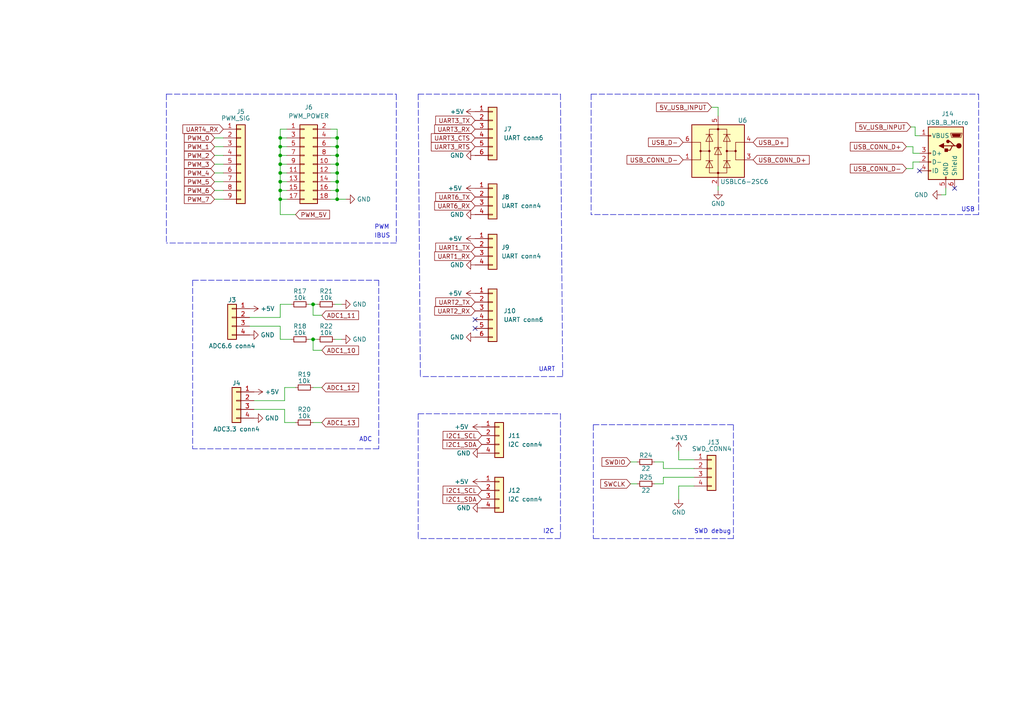
<source format=kicad_sch>
(kicad_sch (version 20211123) (generator eeschema)
  (paper "A4")
  (lib_symbols
    (symbol "Connector:USB_B_Micro" (pin_names (offset 1.016))
      (property "Reference" "J" (at -5.08 11.43 0))
      (property "Value" "USB_B_Micro" (at -5.08 8.89 0))
      (symbol "USB_B_Micro_0_1"
        (rectangle (start -5.08 -7.62) (end 5.08 7.62) (stroke (width 0.254)) (fill (type background)))
        (circle (center -3.81 2.159) (radius 0.635) (stroke (width 0.254)) (fill (type outline)))
        (circle (center -0.635 3.429) (radius 0.381) (stroke (width 0.254)) (fill (type outline)))
        (rectangle (start -0.127 -7.62) (end 0.127 -6.858))
        (polyline (pts (xy -1.905 2.159) (xy 0.635 2.159)) (stroke (width 0.254)))
        (polyline (pts (xy -3.175 2.159) (xy -2.54 2.159) (xy -1.27 3.429) (xy -0.635 3.429)) (stroke (width 0.254)))
        (polyline (pts (xy -2.54 2.159) (xy -1.905 2.159) (xy -1.27 0.889) (xy 0 0.889)) (stroke (width 0.254)))
        (polyline (pts (xy 0.635 2.794) (xy 0.635 1.524) (xy 1.905 2.159) (xy 0.635 2.794)) (stroke (width 0.254)) (fill (type outline)))
        (polyline (pts (xy -4.318 5.588) (xy -1.778 5.588) (xy -2.032 4.826) (xy -4.064 4.826) (xy -4.318 5.588)) (fill (type outline)))
        (polyline (pts (xy -4.699 5.842) (xy -4.699 5.588) (xy -4.445 4.826) (xy -4.445 4.572) (xy -1.651 4.572) (xy -1.651 4.826) (xy -1.397 5.588) (xy -1.397 5.842) (xy -4.699 5.842)))
        (rectangle (start 0.254 1.27) (end -0.508 0.508) (stroke (width 0.254)) (fill (type outline)))
        (rectangle (start 5.08 -5.207) (end 4.318 -4.953))
        (rectangle (start 5.08 -2.667) (end 4.318 -2.413))
        (rectangle (start 5.08 -0.127) (end 4.318 0.127))
        (rectangle (start 5.08 4.953) (end 4.318 5.207))
      )
      (symbol "USB_B_Micro_1_1"
        (pin power_out line (at 7.62 5.08 180) (length 2.54) (name "VBUS") (number "1"))
        (pin bidirectional line (at 7.62 -2.54 180) (length 2.54) (name "D-") (number "2"))
        (pin bidirectional line (at 7.62 0 180) (length 2.54) (name "D+") (number "3"))
        (pin passive line (at 7.62 -5.08 180) (length 2.54) (name "ID") (number "4"))
        (pin power_out line (at 0 -10.16 90) (length 2.54) (name "GND") (number "5"))
        (pin passive line (at -2.54 -10.16 90) (length 2.54) (name "Shield") (number "6"))
      )
    )
    (symbol "Connector_Generic:Conn_01x04" (pin_names (offset 1.016) hide)
      (property "Reference" "J" (at 0 5.08 0))
      (property "Value" "Conn_01x04" (at 0 -7.62 0))
      (symbol "Conn_01x04_1_1"
        (rectangle (start -1.27 -4.953) (end 0 -5.207) (stroke (width 0.1524)))
        (rectangle (start -1.27 -2.413) (end 0 -2.667) (stroke (width 0.1524)))
        (rectangle (start -1.27 0.127) (end 0 -0.127) (stroke (width 0.1524)))
        (rectangle (start -1.27 2.667) (end 0 2.413) (stroke (width 0.1524)))
        (rectangle (start -1.27 3.81) (end 1.27 -6.35) (stroke (width 0.254)) (fill (type background)))
        (pin passive line (at -5.08 2.54 0) (length 3.81) (name "Pin_1") (number "1"))
        (pin passive line (at -5.08 0 0) (length 3.81) (name "Pin_2") (number "2"))
        (pin passive line (at -5.08 -2.54 0) (length 3.81) (name "Pin_3") (number "3"))
        (pin passive line (at -5.08 -5.08 0) (length 3.81) (name "Pin_4") (number "4"))
      )
    )
    (symbol "Connector_Generic:Conn_01x06" (pin_names (offset 1.016) hide)
      (property "Reference" "J" (at 0 7.62 0))
      (property "Value" "Conn_01x06" (at 0 -10.16 0))
      (symbol "Conn_01x06_1_1"
        (rectangle (start -1.27 -7.493) (end 0 -7.747) (stroke (width 0.1524)))
        (rectangle (start -1.27 -4.953) (end 0 -5.207) (stroke (width 0.1524)))
        (rectangle (start -1.27 -2.413) (end 0 -2.667) (stroke (width 0.1524)))
        (rectangle (start -1.27 0.127) (end 0 -0.127) (stroke (width 0.1524)))
        (rectangle (start -1.27 2.667) (end 0 2.413) (stroke (width 0.1524)))
        (rectangle (start -1.27 5.207) (end 0 4.953) (stroke (width 0.1524)))
        (rectangle (start -1.27 6.35) (end 1.27 -8.89) (stroke (width 0.254)) (fill (type background)))
        (pin passive line (at -5.08 5.08 0) (length 3.81) (name "Pin_1") (number "1"))
        (pin passive line (at -5.08 2.54 0) (length 3.81) (name "Pin_2") (number "2"))
        (pin passive line (at -5.08 0 0) (length 3.81) (name "Pin_3") (number "3"))
        (pin passive line (at -5.08 -2.54 0) (length 3.81) (name "Pin_4") (number "4"))
        (pin passive line (at -5.08 -5.08 0) (length 3.81) (name "Pin_5") (number "5"))
        (pin passive line (at -5.08 -7.62 0) (length 3.81) (name "Pin_6") (number "6"))
      )
    )
    (symbol "Connector_Generic:Conn_01x09" (pin_names (offset 1.016) hide)
      (property "Reference" "J" (at 0 12.7 0))
      (property "Value" "Conn_01x09" (at 0 -12.7 0))
      (symbol "Conn_01x09_1_1"
        (rectangle (start -1.27 -10.033) (end 0 -10.287) (stroke (width 0.1524)))
        (rectangle (start -1.27 -7.493) (end 0 -7.747) (stroke (width 0.1524)))
        (rectangle (start -1.27 -4.953) (end 0 -5.207) (stroke (width 0.1524)))
        (rectangle (start -1.27 -2.413) (end 0 -2.667) (stroke (width 0.1524)))
        (rectangle (start -1.27 0.127) (end 0 -0.127) (stroke (width 0.1524)))
        (rectangle (start -1.27 2.667) (end 0 2.413) (stroke (width 0.1524)))
        (rectangle (start -1.27 5.207) (end 0 4.953) (stroke (width 0.1524)))
        (rectangle (start -1.27 7.747) (end 0 7.493) (stroke (width 0.1524)))
        (rectangle (start -1.27 10.287) (end 0 10.033) (stroke (width 0.1524)))
        (rectangle (start -1.27 11.43) (end 1.27 -11.43) (stroke (width 0.254)) (fill (type background)))
        (pin passive line (at -5.08 10.16 0) (length 3.81) (name "Pin_1") (number "1"))
        (pin passive line (at -5.08 7.62 0) (length 3.81) (name "Pin_2") (number "2"))
        (pin passive line (at -5.08 5.08 0) (length 3.81) (name "Pin_3") (number "3"))
        (pin passive line (at -5.08 2.54 0) (length 3.81) (name "Pin_4") (number "4"))
        (pin passive line (at -5.08 0 0) (length 3.81) (name "Pin_5") (number "5"))
        (pin passive line (at -5.08 -2.54 0) (length 3.81) (name "Pin_6") (number "6"))
        (pin passive line (at -5.08 -5.08 0) (length 3.81) (name "Pin_7") (number "7"))
        (pin passive line (at -5.08 -7.62 0) (length 3.81) (name "Pin_8") (number "8"))
        (pin passive line (at -5.08 -10.16 0) (length 3.81) (name "Pin_9") (number "9"))
      )
    )
    (symbol "Connector_Generic:Conn_02x09_Odd_Even" (pin_names (offset 1.016) hide)
      (property "Reference" "J" (at 1.27 12.7 0))
      (property "Value" "Conn_02x09_Odd_Even" (at 1.27 -12.7 0))
      (symbol "Conn_02x09_Odd_Even_1_1"
        (rectangle (start -1.27 -10.033) (end 0 -10.287) (stroke (width 0.1524)))
        (rectangle (start -1.27 -7.493) (end 0 -7.747) (stroke (width 0.1524)))
        (rectangle (start -1.27 -4.953) (end 0 -5.207) (stroke (width 0.1524)))
        (rectangle (start -1.27 -2.413) (end 0 -2.667) (stroke (width 0.1524)))
        (rectangle (start -1.27 0.127) (end 0 -0.127) (stroke (width 0.1524)))
        (rectangle (start -1.27 2.667) (end 0 2.413) (stroke (width 0.1524)))
        (rectangle (start -1.27 5.207) (end 0 4.953) (stroke (width 0.1524)))
        (rectangle (start -1.27 7.747) (end 0 7.493) (stroke (width 0.1524)))
        (rectangle (start -1.27 10.287) (end 0 10.033) (stroke (width 0.1524)))
        (rectangle (start -1.27 11.43) (end 3.81 -11.43) (stroke (width 0.254)) (fill (type background)))
        (rectangle (start 3.81 -10.033) (end 2.54 -10.287) (stroke (width 0.1524)))
        (rectangle (start 3.81 -7.493) (end 2.54 -7.747) (stroke (width 0.1524)))
        (rectangle (start 3.81 -4.953) (end 2.54 -5.207) (stroke (width 0.1524)))
        (rectangle (start 3.81 -2.413) (end 2.54 -2.667) (stroke (width 0.1524)))
        (rectangle (start 3.81 0.127) (end 2.54 -0.127) (stroke (width 0.1524)))
        (rectangle (start 3.81 2.667) (end 2.54 2.413) (stroke (width 0.1524)))
        (rectangle (start 3.81 5.207) (end 2.54 4.953) (stroke (width 0.1524)))
        (rectangle (start 3.81 7.747) (end 2.54 7.493) (stroke (width 0.1524)))
        (rectangle (start 3.81 10.287) (end 2.54 10.033) (stroke (width 0.1524)))
        (pin passive line (at -5.08 10.16 0) (length 3.81) (name "Pin_1") (number "1"))
        (pin passive line (at 7.62 0 180) (length 3.81) (name "Pin_10") (number "10"))
        (pin passive line (at -5.08 -2.54 0) (length 3.81) (name "Pin_11") (number "11"))
        (pin passive line (at 7.62 -2.54 180) (length 3.81) (name "Pin_12") (number "12"))
        (pin passive line (at -5.08 -5.08 0) (length 3.81) (name "Pin_13") (number "13"))
        (pin passive line (at 7.62 -5.08 180) (length 3.81) (name "Pin_14") (number "14"))
        (pin passive line (at -5.08 -7.62 0) (length 3.81) (name "Pin_15") (number "15"))
        (pin passive line (at 7.62 -7.62 180) (length 3.81) (name "Pin_16") (number "16"))
        (pin passive line (at -5.08 -10.16 0) (length 3.81) (name "Pin_17") (number "17"))
        (pin passive line (at 7.62 -10.16 180) (length 3.81) (name "Pin_18") (number "18"))
        (pin passive line (at 7.62 10.16 180) (length 3.81) (name "Pin_2") (number "2"))
        (pin passive line (at -5.08 7.62 0) (length 3.81) (name "Pin_3") (number "3"))
        (pin passive line (at 7.62 7.62 180) (length 3.81) (name "Pin_4") (number "4"))
        (pin passive line (at -5.08 5.08 0) (length 3.81) (name "Pin_5") (number "5"))
        (pin passive line (at 7.62 5.08 180) (length 3.81) (name "Pin_6") (number "6"))
        (pin passive line (at -5.08 2.54 0) (length 3.81) (name "Pin_7") (number "7"))
        (pin passive line (at 7.62 2.54 180) (length 3.81) (name "Pin_8") (number "8"))
        (pin passive line (at -5.08 0 0) (length 3.81) (name "Pin_9") (number "9"))
      )
    )
    (symbol "Device:R_Small" (pin_numbers hide) (pin_names (offset 0.254) hide)
      (property "Reference" "R" (at 0.762 0.508 0))
      (property "Value" "R_Small" (at 0.762 -1.016 0))
      (symbol "R_Small_0_1"
        (rectangle (start -0.762 1.778) (end 0.762 -1.778) (stroke (width 0.2032)))
      )
      (symbol "R_Small_1_1"
        (pin passive line (at 0 2.54 270) (length 0.762) (name "~") (number "1"))
        (pin passive line (at 0 -2.54 90) (length 0.762) (name "~") (number "2"))
      )
    )
    (symbol "Power_Protection:USBLC6-2SC6" (pin_names hide)
      (property "Reference" "U" (at 2.54 8.89 0))
      (property "Value" "USBLC6-2SC6" (at 2.54 -8.89 0))
      (symbol "USBLC6-2SC6_0_1"
        (rectangle (start -7.62 -7.62) (end 7.62 7.62) (stroke (width 0.254)) (fill (type background)))
        (circle (center -5.08 0) (radius 0.254) (fill (type outline)))
        (circle (center -2.54 0) (radius 0.254) (fill (type outline)))
        (rectangle (start -2.54 6.35) (end 2.54 -6.35))
        (circle (center 0 -6.35) (radius 0.254) (fill (type outline)))
        (polyline (pts (xy -5.08 -2.54) (xy -7.62 -2.54)))
        (polyline (pts (xy -5.08 0) (xy -5.08 -2.54)))
        (polyline (pts (xy -5.08 2.54) (xy -7.62 2.54)))
        (polyline (pts (xy -1.524 -2.794) (xy -3.556 -2.794)))
        (polyline (pts (xy -1.524 4.826) (xy -3.556 4.826)))
        (polyline (pts (xy 0 -7.62) (xy 0 -6.35)))
        (polyline (pts (xy 0 -6.35) (xy 0 1.27)))
        (polyline (pts (xy 0 1.27) (xy 0 6.35)))
        (polyline (pts (xy 0 6.35) (xy 0 7.62)))
        (polyline (pts (xy 1.524 -2.794) (xy 3.556 -2.794)))
        (polyline (pts (xy 1.524 4.826) (xy 3.556 4.826)))
        (polyline (pts (xy 5.08 -2.54) (xy 7.62 -2.54)))
        (polyline (pts (xy 5.08 0) (xy 5.08 -2.54)))
        (polyline (pts (xy 5.08 2.54) (xy 7.62 2.54)))
        (polyline (pts (xy -2.54 0) (xy -5.08 0) (xy -5.08 2.54)))
        (polyline (pts (xy 2.54 0) (xy 5.08 0) (xy 5.08 2.54)))
        (polyline (pts (xy -3.556 -4.826) (xy -1.524 -4.826) (xy -2.54 -2.794) (xy -3.556 -4.826)))
        (polyline (pts (xy -3.556 2.794) (xy -1.524 2.794) (xy -2.54 4.826) (xy -3.556 2.794)))
        (polyline (pts (xy -1.016 -1.016) (xy 1.016 -1.016) (xy 0 1.016) (xy -1.016 -1.016)))
        (polyline (pts (xy 1.016 1.016) (xy 0.762 1.016) (xy -1.016 1.016) (xy -1.016 0.508)))
        (polyline (pts (xy 3.556 -4.826) (xy 1.524 -4.826) (xy 2.54 -2.794) (xy 3.556 -4.826)))
        (polyline (pts (xy 3.556 2.794) (xy 1.524 2.794) (xy 2.54 4.826) (xy 3.556 2.794)))
        (circle (center 0 6.35) (radius 0.254) (fill (type outline)))
        (circle (center 2.54 0) (radius 0.254) (fill (type outline)))
        (circle (center 5.08 0) (radius 0.254) (fill (type outline)))
      )
      (symbol "USBLC6-2SC6_1_1"
        (pin passive line (at -10.16 -2.54 0) (length 2.54) (name "I/O1") (number "1"))
        (pin passive line (at 0 -10.16 90) (length 2.54) (name "GND") (number "2"))
        (pin passive line (at 10.16 -2.54 180) (length 2.54) (name "I/O2") (number "3"))
        (pin passive line (at 10.16 2.54 180) (length 2.54) (name "I/O2") (number "4"))
        (pin passive line (at 0 10.16 270) (length 2.54) (name "VBUS") (number "5"))
        (pin passive line (at -10.16 2.54 0) (length 2.54) (name "I/O1") (number "6"))
      )
    )
    (symbol "power:+3V3" (power) (pin_names (offset 0))
      (property "Value" "+3V3" (at 0 3.556 0))
      (symbol "+3V3_0_1"
        (polyline (pts (xy -0.762 1.27) (xy 0 2.54)))
        (polyline (pts (xy 0 0) (xy 0 2.54)))
        (polyline (pts (xy 0 2.54) (xy 0.762 1.27)))
      )
      (symbol "+3V3_1_1"
        (pin power_in line (at 0 0 90) (length 0) hide (name "+3V3") (number "1"))
      )
    )
    (symbol "power:+5V" (power) (pin_names (offset 0))
      (property "Value" "+5V" (at 0 3.556 0))
      (symbol "+5V_0_1"
        (polyline (pts (xy -0.762 1.27) (xy 0 2.54)))
        (polyline (pts (xy 0 0) (xy 0 2.54)))
        (polyline (pts (xy 0 2.54) (xy 0.762 1.27)))
      )
      (symbol "+5V_1_1"
        (pin power_in line (at 0 0 90) (length 0) hide (name "+5V") (number "1"))
      )
    )
    (symbol "power:GND" (power) (pin_names (offset 0))
      (property "Value" "GND" (at 0 -3.81 0))
      (symbol "GND_0_1"
        (polyline (pts (xy 0 0) (xy 0 -1.27) (xy 1.27 -1.27) (xy 0 -2.54) (xy -1.27 -1.27) (xy 0 -1.27)))
      )
      (symbol "GND_1_1"
        (pin power_in line (at 0 0 270) (length 0) hide (name "GND") (number "1"))
      )
    )
  )
  (junction (at 97.79 50.165))
  (junction (at 97.79 57.785))
  (junction (at 97.79 47.625))
  (junction (at 90.805 98.425))
  (junction (at 97.79 52.705))
  (junction (at 81.28 40.005))
  (junction (at 97.79 45.085))
  (junction (at 81.28 55.245))
  (junction (at 97.79 40.005))
  (junction (at 97.79 42.545))
  (junction (at 81.28 57.785))
  (junction (at 81.28 47.625))
  (junction (at 81.28 52.705))
  (junction (at 81.28 42.545))
  (junction (at 90.805 88.265))
  (junction (at 81.28 50.165))
  (junction (at 97.79 55.245))
  (junction (at 81.28 45.085))
  (no_connect (at 276.86 54.61))
  (no_connect (at 137.795 95.25))
  (no_connect (at 137.795 92.71))
  (no_connect (at 266.7 49.53))
  (wire (pts (xy 81.28 57.785) (xy 81.28 62.23)))
  (wire (pts (xy 97.79 45.085) (xy 97.79 42.545)))
  (wire (pts (xy 262.89 42.545) (xy 264.795 42.545)))
  (wire (pts (xy 201.295 133.35) (xy 196.85 133.35)))
  (polyline (pts (xy 48.26 27.305) (xy 114.935 27.305)))
  (wire (pts (xy 97.79 52.705) (xy 97.79 50.165)))
  (wire (pts (xy 81.28 55.245) (xy 81.28 57.785)))
  (wire (pts (xy 264.795 46.99) (xy 266.7 46.99)))
  (wire (pts (xy 89.535 88.265) (xy 90.805 88.265)))
  (wire (pts (xy 81.28 45.085) (xy 81.28 47.625)))
  (wire (pts (xy 73.66 116.205) (xy 82.55 116.205)))
  (wire (pts (xy 97.79 52.705) (xy 95.885 52.705)))
  (polyline (pts (xy 212.725 156.21) (xy 172.085 156.21)))
  (wire (pts (xy 264.795 42.545) (xy 264.795 44.45)))
  (wire (pts (xy 97.79 40.005) (xy 95.885 40.005)))
  (wire (pts (xy 97.79 47.625) (xy 95.885 47.625)))
  (polyline (pts (xy 171.45 27.305) (xy 283.845 27.305)))
  (wire (pts (xy 81.28 57.785) (xy 83.185 57.785)))
  (wire (pts (xy 265.43 39.37) (xy 266.7 39.37)))
  (wire (pts (xy 192.405 138.43) (xy 201.295 138.43)))
  (wire (pts (xy 62.23 40.005) (xy 64.77 40.005)))
  (wire (pts (xy 82.55 122.555) (xy 85.725 122.555)))
  (wire (pts (xy 81.28 42.545) (xy 83.185 42.545)))
  (wire (pts (xy 192.405 138.43) (xy 192.405 140.335)))
  (wire (pts (xy 90.805 112.395) (xy 93.345 112.395)))
  (wire (pts (xy 81.28 40.005) (xy 81.28 42.545)))
  (wire (pts (xy 81.28 52.705) (xy 81.28 55.245)))
  (wire (pts (xy 264.16 36.83) (xy 265.43 36.83)))
  (wire (pts (xy 97.79 40.005) (xy 97.79 37.465)))
  (wire (pts (xy 83.185 37.465) (xy 81.28 37.465)))
  (wire (pts (xy 196.85 130.81) (xy 196.85 133.35)))
  (polyline (pts (xy 55.88 81.28) (xy 55.88 130.175)))
  (wire (pts (xy 97.79 57.785) (xy 100.33 57.785)))
  (wire (pts (xy 97.79 50.165) (xy 95.885 50.165)))
  (wire (pts (xy 62.23 57.785) (xy 64.77 57.785)))
  (wire (pts (xy 95.885 55.245) (xy 97.79 55.245)))
  (wire (pts (xy 81.28 94.615) (xy 81.28 98.425)))
  (wire (pts (xy 81.28 52.705) (xy 83.185 52.705)))
  (wire (pts (xy 264.795 48.895) (xy 264.795 46.99)))
  (wire (pts (xy 81.28 47.625) (xy 81.28 50.165)))
  (wire (pts (xy 97.155 88.265) (xy 99.06 88.265)))
  (wire (pts (xy 265.43 36.83) (xy 265.43 39.37)))
  (wire (pts (xy 62.23 50.165) (xy 64.77 50.165)))
  (wire (pts (xy 81.28 50.165) (xy 83.185 50.165)))
  (wire (pts (xy 81.28 40.005) (xy 83.185 40.005)))
  (wire (pts (xy 262.89 48.895) (xy 264.795 48.895)))
  (wire (pts (xy 82.55 118.745) (xy 82.55 122.555)))
  (wire (pts (xy 90.805 98.425) (xy 92.075 98.425)))
  (wire (pts (xy 72.39 94.615) (xy 81.28 94.615)))
  (wire (pts (xy 208.28 53.975) (xy 208.28 55.245)))
  (wire (pts (xy 97.79 42.545) (xy 95.885 42.545)))
  (polyline (pts (xy 212.725 123.19) (xy 212.725 156.21)))
  (wire (pts (xy 201.295 140.97) (xy 196.85 140.97)))
  (polyline (pts (xy 163.195 109.22) (xy 121.92 109.22)))
  (polyline (pts (xy 55.88 81.28) (xy 109.855 81.28)))
  (wire (pts (xy 62.23 45.085) (xy 64.77 45.085)))
  (wire (pts (xy 81.28 62.23) (xy 85.725 62.23)))
  (polyline (pts (xy 171.45 27.305) (xy 171.45 62.23)))
  (wire (pts (xy 273.05 56.515) (xy 274.32 56.515)))
  (wire (pts (xy 192.405 135.89) (xy 201.295 135.89)))
  (wire (pts (xy 208.28 31.115) (xy 208.28 33.655)))
  (wire (pts (xy 189.865 140.335) (xy 192.405 140.335)))
  (wire (pts (xy 62.23 52.705) (xy 64.77 52.705)))
  (wire (pts (xy 182.88 133.985) (xy 184.785 133.985)))
  (wire (pts (xy 81.28 42.545) (xy 81.28 45.085)))
  (polyline (pts (xy 109.855 81.28) (xy 109.855 130.175)))
  (wire (pts (xy 82.55 116.205) (xy 82.55 112.395)))
  (polyline (pts (xy 172.085 123.19) (xy 212.725 123.19)))
  (wire (pts (xy 95.885 57.785) (xy 97.79 57.785)))
  (wire (pts (xy 62.23 55.245) (xy 64.77 55.245)))
  (wire (pts (xy 62.23 47.625) (xy 64.77 47.625)))
  (wire (pts (xy 90.805 88.265) (xy 92.075 88.265)))
  (wire (pts (xy 89.535 98.425) (xy 90.805 98.425)))
  (wire (pts (xy 62.23 42.545) (xy 64.77 42.545)))
  (wire (pts (xy 82.55 112.395) (xy 85.725 112.395)))
  (polyline (pts (xy 162.56 120.015) (xy 162.56 156.21)))
  (wire (pts (xy 97.79 45.085) (xy 95.885 45.085)))
  (wire (pts (xy 97.79 42.545) (xy 97.79 40.005)))
  (polyline (pts (xy 121.285 120.015) (xy 162.56 120.015)))
  (polyline (pts (xy 48.26 27.305) (xy 48.26 70.485)))
  (wire (pts (xy 81.28 55.245) (xy 83.185 55.245)))
  (wire (pts (xy 97.155 98.425) (xy 99.06 98.425)))
  (wire (pts (xy 274.32 56.515) (xy 274.32 54.61)))
  (wire (pts (xy 264.795 44.45) (xy 266.7 44.45)))
  (polyline (pts (xy 172.085 123.19) (xy 172.085 156.21)))
  (wire (pts (xy 81.28 92.075) (xy 81.28 88.265)))
  (wire (pts (xy 97.79 47.625) (xy 97.79 45.085)))
  (polyline (pts (xy 283.845 27.305) (xy 283.845 62.23)))
  (wire (pts (xy 90.805 88.265) (xy 90.805 91.44)))
  (wire (pts (xy 81.28 98.425) (xy 84.455 98.425)))
  (wire (pts (xy 97.79 55.245) (xy 97.79 57.785)))
  (wire (pts (xy 192.405 135.89) (xy 192.405 133.985)))
  (wire (pts (xy 90.805 101.6) (xy 93.345 101.6)))
  (wire (pts (xy 206.375 31.115) (xy 208.28 31.115)))
  (polyline (pts (xy 162.56 156.21) (xy 121.285 156.21)))
  (polyline (pts (xy 121.285 120.015) (xy 121.285 156.21)))
  (polyline (pts (xy 121.285 27.305) (xy 162.56 27.305)))
  (wire (pts (xy 81.28 47.625) (xy 83.185 47.625)))
  (wire (pts (xy 81.28 45.085) (xy 83.185 45.085)))
  (wire (pts (xy 73.66 118.745) (xy 82.55 118.745)))
  (polyline (pts (xy 114.935 27.305) (xy 114.935 70.485)))
  (wire (pts (xy 72.39 92.075) (xy 81.28 92.075)))
  (wire (pts (xy 90.805 122.555) (xy 93.345 122.555)))
  (wire (pts (xy 182.88 140.335) (xy 184.785 140.335)))
  (wire (pts (xy 97.79 37.465) (xy 95.885 37.465)))
  (wire (pts (xy 97.79 55.245) (xy 97.79 52.705)))
  (wire (pts (xy 90.805 98.425) (xy 90.805 101.6)))
  (wire (pts (xy 196.85 144.78) (xy 196.85 140.97)))
  (wire (pts (xy 97.79 50.165) (xy 97.79 47.625)))
  (wire (pts (xy 81.28 37.465) (xy 81.28 40.005)))
  (polyline (pts (xy 121.285 27.305) (xy 121.92 109.22)))
  (wire (pts (xy 81.28 88.265) (xy 84.455 88.265)))
  (wire (pts (xy 81.28 50.165) (xy 81.28 52.705)))
  (wire (pts (xy 189.865 133.985) (xy 192.405 133.985)))
  (polyline (pts (xy 109.855 130.175) (xy 55.88 130.175)))
  (wire (pts (xy 90.805 91.44) (xy 93.345 91.44)))
  (polyline (pts (xy 283.845 62.23) (xy 171.45 62.23)))
  (polyline (pts (xy 114.935 70.485) (xy 48.26 70.485)))
  (polyline (pts (xy 162.56 27.305) (xy 163.195 109.22)))
  (text "IBUS" (at 108.585 69.215 0) (effects (font (size 1.27 1.27)) (justify left bottom)))
  (text "UART" (at 156.21 107.95 0) (effects (font (size 1.27 1.27)) (justify left bottom)))
  (text "USB" (at 278.765 61.595 0) (effects (font (size 1.27 1.27)) (justify left bottom)))
  (text "PWM" (at 108.585 66.675 0) (effects (font (size 1.27 1.27)) (justify left bottom)))
  (text "SWD debug" (at 201.295 154.94 0) (effects (font (size 1.27 1.27)) (justify left bottom)))
  (text "I2C" (at 157.48 154.94 0) (effects (font (size 1.27 1.27)) (justify left bottom)))
  (text "ADC\n" (at 104.14 128.27 0) (effects (font (size 1.27 1.27)) (justify left bottom)))
  (global_label "UART1_RX" (shape input) (at 137.795 74.295 180) (property "Intersheet References" "${INTERSHEET_REFS}" (effects hide)))
  (global_label "UART2_RX" (shape input) (at 137.795 90.17 180) (property "Intersheet References" "${INTERSHEET_REFS}" (effects hide)))
  (global_label "5V_USB_INPUT" (shape input) (at 206.375 31.115 180) (property "Intersheet References" "${INTERSHEET_REFS}" (effects hide)))
  (global_label "USB_D-" (shape input) (at 198.12 41.275 180) (property "Intersheet References" "${INTERSHEET_REFS}" (effects hide)))
  (global_label "UART3_RX" (shape input) (at 137.795 37.465 180) (property "Intersheet References" "${INTERSHEET_REFS}" (effects hide)))
  (global_label "UART6_RX" (shape input) (at 137.795 59.69 180) (property "Intersheet References" "${INTERSHEET_REFS}" (effects hide)))
  (global_label "PWM_1" (shape input) (at 62.23 42.545 180) (property "Intersheet References" "${INTERSHEET_REFS}" (effects hide)))
  (global_label "USB_CONN_D-" (shape input) (at 262.89 48.895 180) (property "Intersheet References" "${INTERSHEET_REFS}" (effects hide)))
  (global_label "ADC1_13" (shape input) (at 93.345 122.555 0) (property "Intersheet References" "${INTERSHEET_REFS}" (effects hide)))
  (global_label "PWM_7" (shape input) (at 62.23 57.785 180) (property "Intersheet References" "${INTERSHEET_REFS}" (effects hide)))
  (global_label "SWDIO" (shape input) (at 182.88 133.985 180) (property "Intersheet References" "${INTERSHEET_REFS}" (effects hide)))
  (global_label "I2C1_SDA" (shape input) (at 139.7 128.905 180) (property "Intersheet References" "${INTERSHEET_REFS}" (effects hide)))
  (global_label "I2C1_SCL" (shape input) (at 139.7 126.365 180) (property "Intersheet References" "${INTERSHEET_REFS}" (effects hide)))
  (global_label "ADC1_12" (shape input) (at 93.345 112.395 0) (property "Intersheet References" "${INTERSHEET_REFS}" (effects hide)))
  (global_label "UART1_TX" (shape input) (at 137.795 71.755 180) (property "Intersheet References" "${INTERSHEET_REFS}" (effects hide)))
  (global_label "PWM_5" (shape input) (at 62.23 52.705 180) (property "Intersheet References" "${INTERSHEET_REFS}" (effects hide)))
  (global_label "USB_CONN_D+" (shape input) (at 218.44 46.355 0) (property "Intersheet References" "${INTERSHEET_REFS}" (effects hide)))
  (global_label "USB_CONN_D-" (shape input) (at 198.12 46.355 180) (property "Intersheet References" "${INTERSHEET_REFS}" (effects hide)))
  (global_label "UART6_TX" (shape input) (at 137.795 57.15 180) (property "Intersheet References" "${INTERSHEET_REFS}" (effects hide)))
  (global_label "USB_CONN_D+" (shape input) (at 262.89 42.545 180) (property "Intersheet References" "${INTERSHEET_REFS}" (effects hide)))
  (global_label "I2C1_SCL" (shape input) (at 139.7 142.24 180) (property "Intersheet References" "${INTERSHEET_REFS}" (effects hide)))
  (global_label "UART2_TX" (shape input) (at 137.795 87.63 180) (property "Intersheet References" "${INTERSHEET_REFS}" (effects hide)))
  (global_label "UART3_RTS" (shape input) (at 137.795 42.545 180) (property "Intersheet References" "${INTERSHEET_REFS}" (effects hide)))
  (global_label "PWM_2" (shape input) (at 62.23 45.085 180) (property "Intersheet References" "${INTERSHEET_REFS}" (effects hide)))
  (global_label "5V_USB_INPUT" (shape input) (at 264.16 36.83 180) (property "Intersheet References" "${INTERSHEET_REFS}" (effects hide)))
  (global_label "SWCLK" (shape input) (at 182.88 140.335 180) (property "Intersheet References" "${INTERSHEET_REFS}" (effects hide)))
  (global_label "PWM_3" (shape input) (at 62.23 47.625 180) (property "Intersheet References" "${INTERSHEET_REFS}" (effects hide)))
  (global_label "ADC1_10" (shape input) (at 93.345 101.6 0) (property "Intersheet References" "${INTERSHEET_REFS}" (effects hide)))
  (global_label "PWM_0" (shape input) (at 62.23 40.005 180) (property "Intersheet References" "${INTERSHEET_REFS}" (effects hide)))
  (global_label "PWM_5V" (shape input) (at 85.725 62.23 0) (property "Intersheet References" "${INTERSHEET_REFS}" (effects hide)))
  (global_label "ADC1_11" (shape input) (at 93.345 91.44 0) (property "Intersheet References" "${INTERSHEET_REFS}" (effects hide)))
  (global_label "USB_D+" (shape input) (at 218.44 41.275 0) (property "Intersheet References" "${INTERSHEET_REFS}" (effects hide)))
  (global_label "PWM_6" (shape input) (at 62.23 55.245 180) (property "Intersheet References" "${INTERSHEET_REFS}" (effects hide)))
  (global_label "UART3_CTS" (shape input) (at 137.795 40.005 180) (property "Intersheet References" "${INTERSHEET_REFS}" (effects hide)))
  (global_label "I2C1_SDA" (shape input) (at 139.7 144.78 180) (property "Intersheet References" "${INTERSHEET_REFS}" (effects hide)))
  (global_label "PWM_4" (shape input) (at 62.23 50.165 180) (property "Intersheet References" "${INTERSHEET_REFS}" (effects hide)))
  (global_label "UART3_TX" (shape input) (at 137.795 34.925 180) (property "Intersheet References" "${INTERSHEET_REFS}" (effects hide)))
  (global_label "UART4_RX" (shape input) (at 64.77 37.465 180) (property "Intersheet References" "${INTERSHEET_REFS}" (effects hide)))
  (symbol (lib_id "Device:R_Small") (at 88.265 112.395 90) (unit 1)
    (property "Reference" "R19" (at 88.265 108.585 90))
    (property "Value" "10k" (at 88.265 110.49 90))
    (property "Footprint" "Resistor_SMD:R_0603_1608Metric_Pad0.98x0.95mm_HandSolder" (effects hide))
    (property "JLCPCB Part #" "C25804" (effects hide))
  )
  (symbol (lib_id "power:+5V") (at 72.39 89.535 270) (unit 1)
    (property "Reference" "#PWR047" (effects hide))
    (property "Value" "+5V" (at 75.565 89.535 90) (effects (justify left)))
  )
  (symbol (lib_id "power:+3V3") (at 196.85 130.81 0) (unit 1)
    (property "Reference" "#PWR066" (effects hide))
    (property "Value" "+3V3" (at 196.85 127 0))
  )
  (symbol (lib_id "Connector_Generic:Conn_01x04") (at 144.78 142.24 0) (unit 1)
    (property "Reference" "J12" (at 147.32 142.2399 0) (effects (justify left)))
    (property "Value" "I2C conn4" (at 147.32 144.7799 0) (effects (justify left)))
    (property "Footprint" "Connector_Molex:Molex_PicoBlade_53047-0410_1x04_P1.25mm_Vertical" (effects hide))
  )
  (symbol (lib_id "power:GND") (at 100.33 57.785 90) (unit 1)
    (property "Reference" "#PWR053" (effects hide))
    (property "Value" "GND" (at 103.505 57.7849 90) (effects (justify right)))
  )
  (symbol (lib_id "Connector_Generic:Conn_02x09_Odd_Even") (at 88.265 47.625 0) (unit 1)
    (property "Reference" "J6" (at 89.535 31.115 0))
    (property "Value" "PWM_POWER" (at 89.535 33.655 0))
    (property "Footprint" "Connector_PinHeader_2.54mm:PinHeader_2x09_P2.54mm_Vertical" (effects hide))
  )
  (symbol (lib_id "Connector_Generic:Conn_01x04") (at 142.875 71.755 0) (unit 1)
    (property "Reference" "J9" (at 145.415 71.7549 0) (effects (justify left)))
    (property "Value" "UART conn4" (at 145.415 74.2949 0) (effects (justify left)))
    (property "Footprint" "Connector_Molex:Molex_PicoBlade_53047-0410_1x04_P1.25mm_Vertical" (effects hide))
  )
  (symbol (lib_id "Device:R_Small") (at 88.265 122.555 90) (unit 1)
    (property "Reference" "R20" (at 88.265 118.745 90))
    (property "Value" "10k" (at 88.265 120.65 90))
    (property "Footprint" "Resistor_SMD:R_0603_1608Metric_Pad0.98x0.95mm_HandSolder" (effects hide))
    (property "JLCPCB Part #" "C25804" (effects hide))
  )
  (symbol (lib_id "power:+5V") (at 139.7 139.7 90) (unit 1)
    (property "Reference" "#PWR064" (effects hide))
    (property "Value" "+5V" (at 135.89 139.6999 90) (effects (justify left)))
  )
  (symbol (lib_id "Connector_Generic:Conn_01x04") (at 142.875 57.15 0) (unit 1)
    (property "Reference" "J8" (at 145.415 57.1499 0) (effects (justify left)))
    (property "Value" "UART conn4" (at 145.415 59.6899 0) (effects (justify left)))
    (property "Footprint" "Connector_Molex:Molex_PicoBlade_53047-0410_1x04_P1.25mm_Vertical" (effects hide))
  )
  (symbol (lib_id "power:GND") (at 137.795 97.79 270) (unit 1)
    (property "Reference" "#PWR061" (effects hide))
    (property "Value" "GND" (at 134.62 97.7899 90) (effects (justify right)))
  )
  (symbol (lib_id "power:GND") (at 196.85 144.78 0) (unit 1)
    (property "Reference" "#PWR067" (effects hide))
    (property "Value" "GND" (at 196.85 148.59 0))
  )
  (symbol (lib_id "Connector_Generic:Conn_01x04") (at 144.78 126.365 0) (unit 1)
    (property "Reference" "J11" (at 147.32 126.3649 0) (effects (justify left)))
    (property "Value" "I2C conn4" (at 147.32 128.9049 0) (effects (justify left)))
    (property "Footprint" "Connector_Molex:Molex_PicoBlade_53047-0410_1x04_P1.25mm_Vertical" (effects hide))
  )
  (symbol (lib_id "power:GND") (at 137.795 76.835 270) (unit 1)
    (property "Reference" "#PWR059" (effects hide))
    (property "Value" "GND" (at 134.62 76.8349 90) (effects (justify right)))
  )
  (symbol (lib_id "power:GND") (at 137.795 62.23 270) (unit 1)
    (property "Reference" "#PWR057" (effects hide))
    (property "Value" "GND" (at 134.62 62.2299 90) (effects (justify right)))
  )
  (symbol (lib_id "Device:R_Small") (at 187.325 133.985 90) (unit 1)
    (property "Reference" "R24" (at 187.325 132.08 90))
    (property "Value" "22" (at 187.325 135.89 90))
    (property "Footprint" "Resistor_SMD:R_0603_1608Metric_Pad0.98x0.95mm_HandSolder" (effects hide))
    (property "JLCPCB Part #" "C23345" (effects hide))
  )
  (symbol (lib_id "Power_Protection:USBLC6-2SC6") (at 208.28 43.815 0) (unit 1)
    (property "Reference" "U6" (at 213.995 34.925 0) (effects (justify left)))
    (property "Value" "USBLC6-2SC6" (at 208.915 52.705 0) (effects (justify left)))
    (property "Footprint" "Package_TO_SOT_SMD:SOT-23-6" (effects hide))
    (property "Datasheet" "https://www.st.com/resource/en/datasheet/usblc6-2.pdf" (effects hide))
  )
  (symbol (lib_id "Device:R_Small") (at 187.325 140.335 90) (unit 1)
    (property "Reference" "R25" (at 187.325 138.43 90))
    (property "Value" "22" (at 187.325 142.24 90))
    (property "Footprint" "Resistor_SMD:R_0603_1608Metric_Pad0.98x0.95mm_HandSolder" (effects hide))
    (property "JLCPCB Part #" "C23345" (effects hide))
  )
  (symbol (lib_id "power:+5V") (at 139.7 123.825 90) (unit 1)
    (property "Reference" "#PWR062" (effects hide))
    (property "Value" "+5V" (at 135.89 123.8249 90) (effects (justify left)))
  )
  (symbol (lib_id "power:GND") (at 99.06 88.265 90) (unit 1)
    (property "Reference" "#PWR051" (effects hide))
    (property "Value" "GND" (at 102.235 88.265 90) (effects (justify right)))
  )
  (symbol (lib_id "power:GND") (at 273.05 56.515 270) (unit 1)
    (property "Reference" "#PWR069" (effects hide))
    (property "Value" "GND" (at 269.24 56.5149 90) (effects (justify right)))
  )
  (symbol (lib_id "power:GND") (at 99.06 98.425 90) (unit 1)
    (property "Reference" "#PWR052" (effects hide))
    (property "Value" "GND" (at 102.235 98.425 90) (effects (justify right)))
  )
  (symbol (lib_id "power:+5V") (at 137.795 85.09 90) (unit 1)
    (property "Reference" "#PWR060" (effects hide))
    (property "Value" "+5V" (at 133.985 85.0899 90) (effects (justify left)))
  )
  (symbol (lib_id "Device:R_Small") (at 86.995 98.425 90) (unit 1)
    (property "Reference" "R18" (at 86.995 94.615 90))
    (property "Value" "10k" (at 86.995 96.52 90))
    (property "Footprint" "Resistor_SMD:R_0603_1608Metric_Pad0.98x0.95mm_HandSolder" (effects hide))
    (property "JLCPCB Part #" "C25804" (effects hide))
  )
  (symbol (lib_id "Connector_Generic:Conn_01x04") (at 206.375 135.89 0) (unit 1)
    (property "Reference" "J13" (at 205.105 128.27 0) (effects (justify left)))
    (property "Value" "SWD_CONN4" (at 200.66 130.175 0) (effects (justify left)))
    (property "Footprint" "Connector_PinHeader_2.54mm:PinHeader_1x04_P2.54mm_Vertical" (effects hide))
  )
  (symbol (lib_id "power:GND") (at 208.28 55.245 0) (unit 1)
    (property "Reference" "#PWR068" (effects hide))
    (property "Value" "GND" (at 208.28 59.055 0))
  )
  (symbol (lib_id "power:+5V") (at 137.795 32.385 90) (unit 1)
    (property "Reference" "#PWR054" (effects hide))
    (property "Value" "+5V" (at 134.62 32.3849 90) (effects (justify left)))
  )
  (symbol (lib_id "power:GND") (at 139.7 131.445 270) (unit 1)
    (property "Reference" "#PWR063" (effects hide))
    (property "Value" "GND" (at 136.525 131.4449 90) (effects (justify right)))
  )
  (symbol (lib_id "power:GND") (at 137.795 45.085 270) (unit 1)
    (property "Reference" "#PWR055" (effects hide))
    (property "Value" "GND" (at 134.62 45.0849 90) (effects (justify right)))
  )
  (symbol (lib_id "power:+5V") (at 73.66 113.665 270) (unit 1)
    (property "Reference" "#PWR049" (effects hide))
    (property "Value" "+5V" (at 76.835 113.665 90) (effects (justify left)))
  )
  (symbol (lib_id "Device:R_Small") (at 86.995 88.265 90) (unit 1)
    (property "Reference" "R17" (at 86.995 84.455 90))
    (property "Value" "10k" (at 86.995 86.36 90))
    (property "Footprint" "Resistor_SMD:R_0603_1608Metric_Pad0.98x0.95mm_HandSolder" (effects hide))
    (property "JLCPCB Part #" "C25804" (effects hide))
  )
  (symbol (lib_id "Device:R_Small") (at 94.615 98.425 90) (unit 1)
    (property "Reference" "R22" (at 94.615 94.615 90))
    (property "Value" "10k" (at 94.615 96.52 90))
    (property "Footprint" "Resistor_SMD:R_0603_1608Metric_Pad0.98x0.95mm_HandSolder" (effects hide))
    (property "JLCPCB Part #" "C25804" (effects hide))
  )
  (symbol (lib_id "Connector_Generic:Conn_01x06") (at 142.875 90.17 0) (unit 1)
    (property "Reference" "J10" (at 146.05 90.1699 0) (effects (justify left)))
    (property "Value" "UART conn6" (at 146.05 92.7099 0) (effects (justify left)))
    (property "Footprint" "Connector_Molex:Molex_PicoBlade_53047-0610_1x06_P1.25mm_Vertical" (effects hide))
  )
  (symbol (lib_id "power:GND") (at 139.7 147.32 270) (unit 1)
    (property "Reference" "#PWR065" (effects hide))
    (property "Value" "GND" (at 136.525 147.3199 90) (effects (justify right)))
  )
  (symbol (lib_id "Connector_Generic:Conn_01x04") (at 67.31 92.075 0) (mirror y) (unit 1)
    (property "Reference" "J3" (at 67.31 86.995 0))
    (property "Value" "ADC6.6 conn4" (at 67.31 100.33 0))
    (property "Footprint" "Connector_Molex:Molex_PicoBlade_53047-0410_1x04_P1.25mm_Vertical" (effects hide))
  )
  (symbol (lib_id "Connector_Generic:Conn_01x09") (at 69.85 47.625 0) (unit 1)
    (property "Reference" "J5" (at 68.58 32.385 0) (effects (justify left)))
    (property "Value" "PWM_SIG" (at 64.135 34.29 0) (effects (justify left)))
    (property "Footprint" "Connector_PinHeader_2.54mm:PinHeader_1x09_P2.54mm_Vertical" (effects hide))
  )
  (symbol (lib_id "Device:R_Small") (at 94.615 88.265 90) (unit 1)
    (property "Reference" "R21" (at 94.615 84.455 90))
    (property "Value" "10k" (at 94.615 86.36 90))
    (property "Footprint" "Resistor_SMD:R_0603_1608Metric_Pad0.98x0.95mm_HandSolder" (effects hide))
    (property "JLCPCB Part #" "C25804" (effects hide))
  )
  (symbol (lib_id "power:GND") (at 73.66 121.285 90) (unit 1)
    (property "Reference" "#PWR050" (effects hide))
    (property "Value" "GND" (at 76.835 121.285 90) (effects (justify right)))
  )
  (symbol (lib_id "Connector:USB_B_Micro") (at 274.32 44.45 0) (mirror y) (unit 1)
    (property "Reference" "J14" (at 273.05 33.02 0) (effects (justify right)))
    (property "Value" "USB_B_Micro" (at 268.605 35.56 0) (effects (justify right)))
    (property "Footprint" "user_lib:USB_MICRO_B_10118193_0001LF" (effects hide))
  )
  (symbol (lib_id "power:GND") (at 72.39 97.155 90) (unit 1)
    (property "Reference" "#PWR048" (effects hide))
    (property "Value" "GND" (at 75.565 97.155 90) (effects (justify right)))
  )
  (symbol (lib_id "power:+5V") (at 137.795 54.61 90) (unit 1)
    (property "Reference" "#PWR056" (effects hide))
    (property "Value" "+5V" (at 133.985 54.6099 90) (effects (justify left)))
  )
  (symbol (lib_id "power:+5V") (at 137.795 69.215 90) (unit 1)
    (property "Reference" "#PWR058" (effects hide))
    (property "Value" "+5V" (at 133.985 69.2149 90) (effects (justify left)))
  )
  (symbol (lib_id "Connector_Generic:Conn_01x04") (at 68.58 116.205 0) (mirror y) (unit 1)
    (property "Reference" "J4" (at 68.58 111.125 0))
    (property "Value" "ADC3.3 conn4" (at 68.58 124.46 0))
    (property "Footprint" "Connector_Molex:Molex_PicoBlade_53047-0410_1x04_P1.25mm_Vertical" (effects hide))
  )
  (symbol (lib_id "Connector_Generic:Conn_01x06") (at 142.875 37.465 0) (unit 1)
    (property "Reference" "J7" (at 146.05 37.4649 0) (effects (justify left)))
    (property "Value" "UART conn6" (at 146.05 40.0049 0) (effects (justify left)))
    (property "Footprint" "Connector_Molex:Molex_PicoBlade_53047-0610_1x06_P1.25mm_Vertical" (effects hide))
  )
)
</source>
